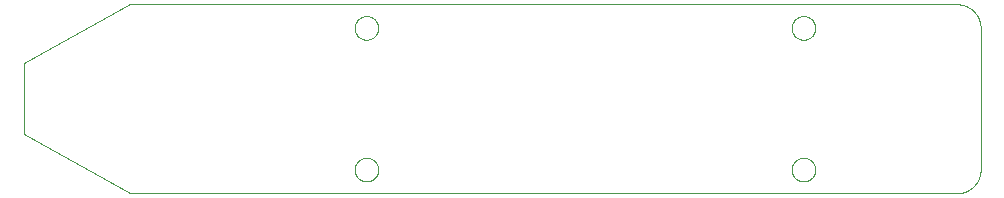
<source format=gko>
G75*
%MOIN*%
%OFA0B0*%
%FSLAX25Y25*%
%IPPOS*%
%LPD*%
%AMOC8*
5,1,8,0,0,1.08239X$1,22.5*
%
%ADD10C,0.00000*%
D10*
X0001457Y0021079D02*
X0036891Y0001394D01*
X0312481Y0001394D01*
X0312671Y0001396D01*
X0312861Y0001403D01*
X0313051Y0001415D01*
X0313241Y0001431D01*
X0313430Y0001451D01*
X0313619Y0001477D01*
X0313807Y0001506D01*
X0313994Y0001541D01*
X0314180Y0001580D01*
X0314365Y0001623D01*
X0314550Y0001671D01*
X0314733Y0001723D01*
X0314914Y0001779D01*
X0315094Y0001840D01*
X0315273Y0001906D01*
X0315450Y0001975D01*
X0315626Y0002049D01*
X0315799Y0002127D01*
X0315971Y0002210D01*
X0316140Y0002296D01*
X0316308Y0002386D01*
X0316473Y0002481D01*
X0316636Y0002579D01*
X0316796Y0002682D01*
X0316954Y0002788D01*
X0317109Y0002898D01*
X0317262Y0003011D01*
X0317412Y0003129D01*
X0317558Y0003250D01*
X0317702Y0003374D01*
X0317843Y0003502D01*
X0317981Y0003633D01*
X0318116Y0003768D01*
X0318247Y0003906D01*
X0318375Y0004047D01*
X0318499Y0004191D01*
X0318620Y0004337D01*
X0318738Y0004487D01*
X0318851Y0004640D01*
X0318961Y0004795D01*
X0319067Y0004953D01*
X0319170Y0005113D01*
X0319268Y0005276D01*
X0319363Y0005441D01*
X0319453Y0005609D01*
X0319539Y0005778D01*
X0319622Y0005950D01*
X0319700Y0006123D01*
X0319774Y0006299D01*
X0319843Y0006476D01*
X0319909Y0006655D01*
X0319970Y0006835D01*
X0320026Y0007016D01*
X0320078Y0007199D01*
X0320126Y0007384D01*
X0320169Y0007569D01*
X0320208Y0007755D01*
X0320243Y0007942D01*
X0320272Y0008130D01*
X0320298Y0008319D01*
X0320318Y0008508D01*
X0320334Y0008698D01*
X0320346Y0008888D01*
X0320353Y0009078D01*
X0320355Y0009268D01*
X0320355Y0056512D01*
X0320353Y0056702D01*
X0320346Y0056892D01*
X0320334Y0057082D01*
X0320318Y0057272D01*
X0320298Y0057461D01*
X0320272Y0057650D01*
X0320243Y0057838D01*
X0320208Y0058025D01*
X0320169Y0058211D01*
X0320126Y0058396D01*
X0320078Y0058581D01*
X0320026Y0058764D01*
X0319970Y0058945D01*
X0319909Y0059125D01*
X0319843Y0059304D01*
X0319774Y0059481D01*
X0319700Y0059657D01*
X0319622Y0059830D01*
X0319539Y0060002D01*
X0319453Y0060171D01*
X0319363Y0060339D01*
X0319268Y0060504D01*
X0319170Y0060667D01*
X0319067Y0060827D01*
X0318961Y0060985D01*
X0318851Y0061140D01*
X0318738Y0061293D01*
X0318620Y0061443D01*
X0318499Y0061589D01*
X0318375Y0061733D01*
X0318247Y0061874D01*
X0318116Y0062012D01*
X0317981Y0062147D01*
X0317843Y0062278D01*
X0317702Y0062406D01*
X0317558Y0062530D01*
X0317412Y0062651D01*
X0317262Y0062769D01*
X0317109Y0062882D01*
X0316954Y0062992D01*
X0316796Y0063098D01*
X0316636Y0063201D01*
X0316473Y0063299D01*
X0316308Y0063394D01*
X0316140Y0063484D01*
X0315971Y0063570D01*
X0315799Y0063653D01*
X0315626Y0063731D01*
X0315450Y0063805D01*
X0315273Y0063874D01*
X0315094Y0063940D01*
X0314914Y0064001D01*
X0314733Y0064057D01*
X0314550Y0064109D01*
X0314365Y0064157D01*
X0314180Y0064200D01*
X0313994Y0064239D01*
X0313807Y0064274D01*
X0313619Y0064303D01*
X0313430Y0064329D01*
X0313241Y0064349D01*
X0313051Y0064365D01*
X0312861Y0064377D01*
X0312671Y0064384D01*
X0312481Y0064386D01*
X0036891Y0064386D01*
X0001457Y0044701D01*
X0001457Y0021079D01*
X0111694Y0009268D02*
X0111696Y0009393D01*
X0111702Y0009518D01*
X0111712Y0009642D01*
X0111726Y0009766D01*
X0111743Y0009890D01*
X0111765Y0010013D01*
X0111791Y0010135D01*
X0111820Y0010257D01*
X0111853Y0010377D01*
X0111891Y0010496D01*
X0111931Y0010615D01*
X0111976Y0010731D01*
X0112024Y0010846D01*
X0112076Y0010960D01*
X0112132Y0011072D01*
X0112191Y0011182D01*
X0112253Y0011290D01*
X0112319Y0011397D01*
X0112388Y0011501D01*
X0112461Y0011602D01*
X0112536Y0011702D01*
X0112615Y0011799D01*
X0112697Y0011893D01*
X0112782Y0011985D01*
X0112869Y0012074D01*
X0112960Y0012160D01*
X0113053Y0012243D01*
X0113149Y0012324D01*
X0113247Y0012401D01*
X0113347Y0012475D01*
X0113450Y0012546D01*
X0113555Y0012613D01*
X0113663Y0012678D01*
X0113772Y0012738D01*
X0113883Y0012796D01*
X0113996Y0012849D01*
X0114110Y0012899D01*
X0114226Y0012946D01*
X0114343Y0012988D01*
X0114462Y0013027D01*
X0114582Y0013063D01*
X0114703Y0013094D01*
X0114825Y0013122D01*
X0114947Y0013145D01*
X0115071Y0013165D01*
X0115195Y0013181D01*
X0115319Y0013193D01*
X0115444Y0013201D01*
X0115569Y0013205D01*
X0115693Y0013205D01*
X0115818Y0013201D01*
X0115943Y0013193D01*
X0116067Y0013181D01*
X0116191Y0013165D01*
X0116315Y0013145D01*
X0116437Y0013122D01*
X0116559Y0013094D01*
X0116680Y0013063D01*
X0116800Y0013027D01*
X0116919Y0012988D01*
X0117036Y0012946D01*
X0117152Y0012899D01*
X0117266Y0012849D01*
X0117379Y0012796D01*
X0117490Y0012738D01*
X0117600Y0012678D01*
X0117707Y0012613D01*
X0117812Y0012546D01*
X0117915Y0012475D01*
X0118015Y0012401D01*
X0118113Y0012324D01*
X0118209Y0012243D01*
X0118302Y0012160D01*
X0118393Y0012074D01*
X0118480Y0011985D01*
X0118565Y0011893D01*
X0118647Y0011799D01*
X0118726Y0011702D01*
X0118801Y0011602D01*
X0118874Y0011501D01*
X0118943Y0011397D01*
X0119009Y0011290D01*
X0119071Y0011182D01*
X0119130Y0011072D01*
X0119186Y0010960D01*
X0119238Y0010846D01*
X0119286Y0010731D01*
X0119331Y0010615D01*
X0119371Y0010496D01*
X0119409Y0010377D01*
X0119442Y0010257D01*
X0119471Y0010135D01*
X0119497Y0010013D01*
X0119519Y0009890D01*
X0119536Y0009766D01*
X0119550Y0009642D01*
X0119560Y0009518D01*
X0119566Y0009393D01*
X0119568Y0009268D01*
X0119566Y0009143D01*
X0119560Y0009018D01*
X0119550Y0008894D01*
X0119536Y0008770D01*
X0119519Y0008646D01*
X0119497Y0008523D01*
X0119471Y0008401D01*
X0119442Y0008279D01*
X0119409Y0008159D01*
X0119371Y0008040D01*
X0119331Y0007921D01*
X0119286Y0007805D01*
X0119238Y0007690D01*
X0119186Y0007576D01*
X0119130Y0007464D01*
X0119071Y0007354D01*
X0119009Y0007246D01*
X0118943Y0007139D01*
X0118874Y0007035D01*
X0118801Y0006934D01*
X0118726Y0006834D01*
X0118647Y0006737D01*
X0118565Y0006643D01*
X0118480Y0006551D01*
X0118393Y0006462D01*
X0118302Y0006376D01*
X0118209Y0006293D01*
X0118113Y0006212D01*
X0118015Y0006135D01*
X0117915Y0006061D01*
X0117812Y0005990D01*
X0117707Y0005923D01*
X0117599Y0005858D01*
X0117490Y0005798D01*
X0117379Y0005740D01*
X0117266Y0005687D01*
X0117152Y0005637D01*
X0117036Y0005590D01*
X0116919Y0005548D01*
X0116800Y0005509D01*
X0116680Y0005473D01*
X0116559Y0005442D01*
X0116437Y0005414D01*
X0116315Y0005391D01*
X0116191Y0005371D01*
X0116067Y0005355D01*
X0115943Y0005343D01*
X0115818Y0005335D01*
X0115693Y0005331D01*
X0115569Y0005331D01*
X0115444Y0005335D01*
X0115319Y0005343D01*
X0115195Y0005355D01*
X0115071Y0005371D01*
X0114947Y0005391D01*
X0114825Y0005414D01*
X0114703Y0005442D01*
X0114582Y0005473D01*
X0114462Y0005509D01*
X0114343Y0005548D01*
X0114226Y0005590D01*
X0114110Y0005637D01*
X0113996Y0005687D01*
X0113883Y0005740D01*
X0113772Y0005798D01*
X0113662Y0005858D01*
X0113555Y0005923D01*
X0113450Y0005990D01*
X0113347Y0006061D01*
X0113247Y0006135D01*
X0113149Y0006212D01*
X0113053Y0006293D01*
X0112960Y0006376D01*
X0112869Y0006462D01*
X0112782Y0006551D01*
X0112697Y0006643D01*
X0112615Y0006737D01*
X0112536Y0006834D01*
X0112461Y0006934D01*
X0112388Y0007035D01*
X0112319Y0007139D01*
X0112253Y0007246D01*
X0112191Y0007354D01*
X0112132Y0007464D01*
X0112076Y0007576D01*
X0112024Y0007690D01*
X0111976Y0007805D01*
X0111931Y0007921D01*
X0111891Y0008040D01*
X0111853Y0008159D01*
X0111820Y0008279D01*
X0111791Y0008401D01*
X0111765Y0008523D01*
X0111743Y0008646D01*
X0111726Y0008770D01*
X0111712Y0008894D01*
X0111702Y0009018D01*
X0111696Y0009143D01*
X0111694Y0009268D01*
X0257363Y0009268D02*
X0257365Y0009393D01*
X0257371Y0009518D01*
X0257381Y0009642D01*
X0257395Y0009766D01*
X0257412Y0009890D01*
X0257434Y0010013D01*
X0257460Y0010135D01*
X0257489Y0010257D01*
X0257522Y0010377D01*
X0257560Y0010496D01*
X0257600Y0010615D01*
X0257645Y0010731D01*
X0257693Y0010846D01*
X0257745Y0010960D01*
X0257801Y0011072D01*
X0257860Y0011182D01*
X0257922Y0011290D01*
X0257988Y0011397D01*
X0258057Y0011501D01*
X0258130Y0011602D01*
X0258205Y0011702D01*
X0258284Y0011799D01*
X0258366Y0011893D01*
X0258451Y0011985D01*
X0258538Y0012074D01*
X0258629Y0012160D01*
X0258722Y0012243D01*
X0258818Y0012324D01*
X0258916Y0012401D01*
X0259016Y0012475D01*
X0259119Y0012546D01*
X0259224Y0012613D01*
X0259332Y0012678D01*
X0259441Y0012738D01*
X0259552Y0012796D01*
X0259665Y0012849D01*
X0259779Y0012899D01*
X0259895Y0012946D01*
X0260012Y0012988D01*
X0260131Y0013027D01*
X0260251Y0013063D01*
X0260372Y0013094D01*
X0260494Y0013122D01*
X0260616Y0013145D01*
X0260740Y0013165D01*
X0260864Y0013181D01*
X0260988Y0013193D01*
X0261113Y0013201D01*
X0261238Y0013205D01*
X0261362Y0013205D01*
X0261487Y0013201D01*
X0261612Y0013193D01*
X0261736Y0013181D01*
X0261860Y0013165D01*
X0261984Y0013145D01*
X0262106Y0013122D01*
X0262228Y0013094D01*
X0262349Y0013063D01*
X0262469Y0013027D01*
X0262588Y0012988D01*
X0262705Y0012946D01*
X0262821Y0012899D01*
X0262935Y0012849D01*
X0263048Y0012796D01*
X0263159Y0012738D01*
X0263269Y0012678D01*
X0263376Y0012613D01*
X0263481Y0012546D01*
X0263584Y0012475D01*
X0263684Y0012401D01*
X0263782Y0012324D01*
X0263878Y0012243D01*
X0263971Y0012160D01*
X0264062Y0012074D01*
X0264149Y0011985D01*
X0264234Y0011893D01*
X0264316Y0011799D01*
X0264395Y0011702D01*
X0264470Y0011602D01*
X0264543Y0011501D01*
X0264612Y0011397D01*
X0264678Y0011290D01*
X0264740Y0011182D01*
X0264799Y0011072D01*
X0264855Y0010960D01*
X0264907Y0010846D01*
X0264955Y0010731D01*
X0265000Y0010615D01*
X0265040Y0010496D01*
X0265078Y0010377D01*
X0265111Y0010257D01*
X0265140Y0010135D01*
X0265166Y0010013D01*
X0265188Y0009890D01*
X0265205Y0009766D01*
X0265219Y0009642D01*
X0265229Y0009518D01*
X0265235Y0009393D01*
X0265237Y0009268D01*
X0265235Y0009143D01*
X0265229Y0009018D01*
X0265219Y0008894D01*
X0265205Y0008770D01*
X0265188Y0008646D01*
X0265166Y0008523D01*
X0265140Y0008401D01*
X0265111Y0008279D01*
X0265078Y0008159D01*
X0265040Y0008040D01*
X0265000Y0007921D01*
X0264955Y0007805D01*
X0264907Y0007690D01*
X0264855Y0007576D01*
X0264799Y0007464D01*
X0264740Y0007354D01*
X0264678Y0007246D01*
X0264612Y0007139D01*
X0264543Y0007035D01*
X0264470Y0006934D01*
X0264395Y0006834D01*
X0264316Y0006737D01*
X0264234Y0006643D01*
X0264149Y0006551D01*
X0264062Y0006462D01*
X0263971Y0006376D01*
X0263878Y0006293D01*
X0263782Y0006212D01*
X0263684Y0006135D01*
X0263584Y0006061D01*
X0263481Y0005990D01*
X0263376Y0005923D01*
X0263268Y0005858D01*
X0263159Y0005798D01*
X0263048Y0005740D01*
X0262935Y0005687D01*
X0262821Y0005637D01*
X0262705Y0005590D01*
X0262588Y0005548D01*
X0262469Y0005509D01*
X0262349Y0005473D01*
X0262228Y0005442D01*
X0262106Y0005414D01*
X0261984Y0005391D01*
X0261860Y0005371D01*
X0261736Y0005355D01*
X0261612Y0005343D01*
X0261487Y0005335D01*
X0261362Y0005331D01*
X0261238Y0005331D01*
X0261113Y0005335D01*
X0260988Y0005343D01*
X0260864Y0005355D01*
X0260740Y0005371D01*
X0260616Y0005391D01*
X0260494Y0005414D01*
X0260372Y0005442D01*
X0260251Y0005473D01*
X0260131Y0005509D01*
X0260012Y0005548D01*
X0259895Y0005590D01*
X0259779Y0005637D01*
X0259665Y0005687D01*
X0259552Y0005740D01*
X0259441Y0005798D01*
X0259331Y0005858D01*
X0259224Y0005923D01*
X0259119Y0005990D01*
X0259016Y0006061D01*
X0258916Y0006135D01*
X0258818Y0006212D01*
X0258722Y0006293D01*
X0258629Y0006376D01*
X0258538Y0006462D01*
X0258451Y0006551D01*
X0258366Y0006643D01*
X0258284Y0006737D01*
X0258205Y0006834D01*
X0258130Y0006934D01*
X0258057Y0007035D01*
X0257988Y0007139D01*
X0257922Y0007246D01*
X0257860Y0007354D01*
X0257801Y0007464D01*
X0257745Y0007576D01*
X0257693Y0007690D01*
X0257645Y0007805D01*
X0257600Y0007921D01*
X0257560Y0008040D01*
X0257522Y0008159D01*
X0257489Y0008279D01*
X0257460Y0008401D01*
X0257434Y0008523D01*
X0257412Y0008646D01*
X0257395Y0008770D01*
X0257381Y0008894D01*
X0257371Y0009018D01*
X0257365Y0009143D01*
X0257363Y0009268D01*
X0257363Y0056512D02*
X0257365Y0056637D01*
X0257371Y0056762D01*
X0257381Y0056886D01*
X0257395Y0057010D01*
X0257412Y0057134D01*
X0257434Y0057257D01*
X0257460Y0057379D01*
X0257489Y0057501D01*
X0257522Y0057621D01*
X0257560Y0057740D01*
X0257600Y0057859D01*
X0257645Y0057975D01*
X0257693Y0058090D01*
X0257745Y0058204D01*
X0257801Y0058316D01*
X0257860Y0058426D01*
X0257922Y0058534D01*
X0257988Y0058641D01*
X0258057Y0058745D01*
X0258130Y0058846D01*
X0258205Y0058946D01*
X0258284Y0059043D01*
X0258366Y0059137D01*
X0258451Y0059229D01*
X0258538Y0059318D01*
X0258629Y0059404D01*
X0258722Y0059487D01*
X0258818Y0059568D01*
X0258916Y0059645D01*
X0259016Y0059719D01*
X0259119Y0059790D01*
X0259224Y0059857D01*
X0259332Y0059922D01*
X0259441Y0059982D01*
X0259552Y0060040D01*
X0259665Y0060093D01*
X0259779Y0060143D01*
X0259895Y0060190D01*
X0260012Y0060232D01*
X0260131Y0060271D01*
X0260251Y0060307D01*
X0260372Y0060338D01*
X0260494Y0060366D01*
X0260616Y0060389D01*
X0260740Y0060409D01*
X0260864Y0060425D01*
X0260988Y0060437D01*
X0261113Y0060445D01*
X0261238Y0060449D01*
X0261362Y0060449D01*
X0261487Y0060445D01*
X0261612Y0060437D01*
X0261736Y0060425D01*
X0261860Y0060409D01*
X0261984Y0060389D01*
X0262106Y0060366D01*
X0262228Y0060338D01*
X0262349Y0060307D01*
X0262469Y0060271D01*
X0262588Y0060232D01*
X0262705Y0060190D01*
X0262821Y0060143D01*
X0262935Y0060093D01*
X0263048Y0060040D01*
X0263159Y0059982D01*
X0263269Y0059922D01*
X0263376Y0059857D01*
X0263481Y0059790D01*
X0263584Y0059719D01*
X0263684Y0059645D01*
X0263782Y0059568D01*
X0263878Y0059487D01*
X0263971Y0059404D01*
X0264062Y0059318D01*
X0264149Y0059229D01*
X0264234Y0059137D01*
X0264316Y0059043D01*
X0264395Y0058946D01*
X0264470Y0058846D01*
X0264543Y0058745D01*
X0264612Y0058641D01*
X0264678Y0058534D01*
X0264740Y0058426D01*
X0264799Y0058316D01*
X0264855Y0058204D01*
X0264907Y0058090D01*
X0264955Y0057975D01*
X0265000Y0057859D01*
X0265040Y0057740D01*
X0265078Y0057621D01*
X0265111Y0057501D01*
X0265140Y0057379D01*
X0265166Y0057257D01*
X0265188Y0057134D01*
X0265205Y0057010D01*
X0265219Y0056886D01*
X0265229Y0056762D01*
X0265235Y0056637D01*
X0265237Y0056512D01*
X0265235Y0056387D01*
X0265229Y0056262D01*
X0265219Y0056138D01*
X0265205Y0056014D01*
X0265188Y0055890D01*
X0265166Y0055767D01*
X0265140Y0055645D01*
X0265111Y0055523D01*
X0265078Y0055403D01*
X0265040Y0055284D01*
X0265000Y0055165D01*
X0264955Y0055049D01*
X0264907Y0054934D01*
X0264855Y0054820D01*
X0264799Y0054708D01*
X0264740Y0054598D01*
X0264678Y0054490D01*
X0264612Y0054383D01*
X0264543Y0054279D01*
X0264470Y0054178D01*
X0264395Y0054078D01*
X0264316Y0053981D01*
X0264234Y0053887D01*
X0264149Y0053795D01*
X0264062Y0053706D01*
X0263971Y0053620D01*
X0263878Y0053537D01*
X0263782Y0053456D01*
X0263684Y0053379D01*
X0263584Y0053305D01*
X0263481Y0053234D01*
X0263376Y0053167D01*
X0263268Y0053102D01*
X0263159Y0053042D01*
X0263048Y0052984D01*
X0262935Y0052931D01*
X0262821Y0052881D01*
X0262705Y0052834D01*
X0262588Y0052792D01*
X0262469Y0052753D01*
X0262349Y0052717D01*
X0262228Y0052686D01*
X0262106Y0052658D01*
X0261984Y0052635D01*
X0261860Y0052615D01*
X0261736Y0052599D01*
X0261612Y0052587D01*
X0261487Y0052579D01*
X0261362Y0052575D01*
X0261238Y0052575D01*
X0261113Y0052579D01*
X0260988Y0052587D01*
X0260864Y0052599D01*
X0260740Y0052615D01*
X0260616Y0052635D01*
X0260494Y0052658D01*
X0260372Y0052686D01*
X0260251Y0052717D01*
X0260131Y0052753D01*
X0260012Y0052792D01*
X0259895Y0052834D01*
X0259779Y0052881D01*
X0259665Y0052931D01*
X0259552Y0052984D01*
X0259441Y0053042D01*
X0259331Y0053102D01*
X0259224Y0053167D01*
X0259119Y0053234D01*
X0259016Y0053305D01*
X0258916Y0053379D01*
X0258818Y0053456D01*
X0258722Y0053537D01*
X0258629Y0053620D01*
X0258538Y0053706D01*
X0258451Y0053795D01*
X0258366Y0053887D01*
X0258284Y0053981D01*
X0258205Y0054078D01*
X0258130Y0054178D01*
X0258057Y0054279D01*
X0257988Y0054383D01*
X0257922Y0054490D01*
X0257860Y0054598D01*
X0257801Y0054708D01*
X0257745Y0054820D01*
X0257693Y0054934D01*
X0257645Y0055049D01*
X0257600Y0055165D01*
X0257560Y0055284D01*
X0257522Y0055403D01*
X0257489Y0055523D01*
X0257460Y0055645D01*
X0257434Y0055767D01*
X0257412Y0055890D01*
X0257395Y0056014D01*
X0257381Y0056138D01*
X0257371Y0056262D01*
X0257365Y0056387D01*
X0257363Y0056512D01*
X0111694Y0056512D02*
X0111696Y0056637D01*
X0111702Y0056762D01*
X0111712Y0056886D01*
X0111726Y0057010D01*
X0111743Y0057134D01*
X0111765Y0057257D01*
X0111791Y0057379D01*
X0111820Y0057501D01*
X0111853Y0057621D01*
X0111891Y0057740D01*
X0111931Y0057859D01*
X0111976Y0057975D01*
X0112024Y0058090D01*
X0112076Y0058204D01*
X0112132Y0058316D01*
X0112191Y0058426D01*
X0112253Y0058534D01*
X0112319Y0058641D01*
X0112388Y0058745D01*
X0112461Y0058846D01*
X0112536Y0058946D01*
X0112615Y0059043D01*
X0112697Y0059137D01*
X0112782Y0059229D01*
X0112869Y0059318D01*
X0112960Y0059404D01*
X0113053Y0059487D01*
X0113149Y0059568D01*
X0113247Y0059645D01*
X0113347Y0059719D01*
X0113450Y0059790D01*
X0113555Y0059857D01*
X0113663Y0059922D01*
X0113772Y0059982D01*
X0113883Y0060040D01*
X0113996Y0060093D01*
X0114110Y0060143D01*
X0114226Y0060190D01*
X0114343Y0060232D01*
X0114462Y0060271D01*
X0114582Y0060307D01*
X0114703Y0060338D01*
X0114825Y0060366D01*
X0114947Y0060389D01*
X0115071Y0060409D01*
X0115195Y0060425D01*
X0115319Y0060437D01*
X0115444Y0060445D01*
X0115569Y0060449D01*
X0115693Y0060449D01*
X0115818Y0060445D01*
X0115943Y0060437D01*
X0116067Y0060425D01*
X0116191Y0060409D01*
X0116315Y0060389D01*
X0116437Y0060366D01*
X0116559Y0060338D01*
X0116680Y0060307D01*
X0116800Y0060271D01*
X0116919Y0060232D01*
X0117036Y0060190D01*
X0117152Y0060143D01*
X0117266Y0060093D01*
X0117379Y0060040D01*
X0117490Y0059982D01*
X0117600Y0059922D01*
X0117707Y0059857D01*
X0117812Y0059790D01*
X0117915Y0059719D01*
X0118015Y0059645D01*
X0118113Y0059568D01*
X0118209Y0059487D01*
X0118302Y0059404D01*
X0118393Y0059318D01*
X0118480Y0059229D01*
X0118565Y0059137D01*
X0118647Y0059043D01*
X0118726Y0058946D01*
X0118801Y0058846D01*
X0118874Y0058745D01*
X0118943Y0058641D01*
X0119009Y0058534D01*
X0119071Y0058426D01*
X0119130Y0058316D01*
X0119186Y0058204D01*
X0119238Y0058090D01*
X0119286Y0057975D01*
X0119331Y0057859D01*
X0119371Y0057740D01*
X0119409Y0057621D01*
X0119442Y0057501D01*
X0119471Y0057379D01*
X0119497Y0057257D01*
X0119519Y0057134D01*
X0119536Y0057010D01*
X0119550Y0056886D01*
X0119560Y0056762D01*
X0119566Y0056637D01*
X0119568Y0056512D01*
X0119566Y0056387D01*
X0119560Y0056262D01*
X0119550Y0056138D01*
X0119536Y0056014D01*
X0119519Y0055890D01*
X0119497Y0055767D01*
X0119471Y0055645D01*
X0119442Y0055523D01*
X0119409Y0055403D01*
X0119371Y0055284D01*
X0119331Y0055165D01*
X0119286Y0055049D01*
X0119238Y0054934D01*
X0119186Y0054820D01*
X0119130Y0054708D01*
X0119071Y0054598D01*
X0119009Y0054490D01*
X0118943Y0054383D01*
X0118874Y0054279D01*
X0118801Y0054178D01*
X0118726Y0054078D01*
X0118647Y0053981D01*
X0118565Y0053887D01*
X0118480Y0053795D01*
X0118393Y0053706D01*
X0118302Y0053620D01*
X0118209Y0053537D01*
X0118113Y0053456D01*
X0118015Y0053379D01*
X0117915Y0053305D01*
X0117812Y0053234D01*
X0117707Y0053167D01*
X0117599Y0053102D01*
X0117490Y0053042D01*
X0117379Y0052984D01*
X0117266Y0052931D01*
X0117152Y0052881D01*
X0117036Y0052834D01*
X0116919Y0052792D01*
X0116800Y0052753D01*
X0116680Y0052717D01*
X0116559Y0052686D01*
X0116437Y0052658D01*
X0116315Y0052635D01*
X0116191Y0052615D01*
X0116067Y0052599D01*
X0115943Y0052587D01*
X0115818Y0052579D01*
X0115693Y0052575D01*
X0115569Y0052575D01*
X0115444Y0052579D01*
X0115319Y0052587D01*
X0115195Y0052599D01*
X0115071Y0052615D01*
X0114947Y0052635D01*
X0114825Y0052658D01*
X0114703Y0052686D01*
X0114582Y0052717D01*
X0114462Y0052753D01*
X0114343Y0052792D01*
X0114226Y0052834D01*
X0114110Y0052881D01*
X0113996Y0052931D01*
X0113883Y0052984D01*
X0113772Y0053042D01*
X0113662Y0053102D01*
X0113555Y0053167D01*
X0113450Y0053234D01*
X0113347Y0053305D01*
X0113247Y0053379D01*
X0113149Y0053456D01*
X0113053Y0053537D01*
X0112960Y0053620D01*
X0112869Y0053706D01*
X0112782Y0053795D01*
X0112697Y0053887D01*
X0112615Y0053981D01*
X0112536Y0054078D01*
X0112461Y0054178D01*
X0112388Y0054279D01*
X0112319Y0054383D01*
X0112253Y0054490D01*
X0112191Y0054598D01*
X0112132Y0054708D01*
X0112076Y0054820D01*
X0112024Y0054934D01*
X0111976Y0055049D01*
X0111931Y0055165D01*
X0111891Y0055284D01*
X0111853Y0055403D01*
X0111820Y0055523D01*
X0111791Y0055645D01*
X0111765Y0055767D01*
X0111743Y0055890D01*
X0111726Y0056014D01*
X0111712Y0056138D01*
X0111702Y0056262D01*
X0111696Y0056387D01*
X0111694Y0056512D01*
M02*

</source>
